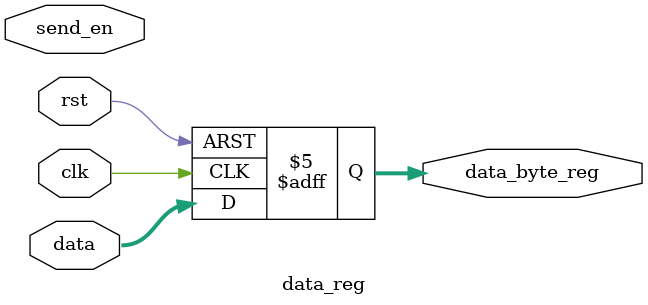
<source format=v>
`timescale 1ns / 1ps


module data_reg(
input send_en,
input clk,rst,
input [7:0]data,
output reg [7:0]data_byte_reg
    );

always @(posedge clk or negedge rst)
if(!rst)
    data_byte_reg<=0;
else if(send_en)
    data_byte_reg<=data;
else
    data_byte_reg<=data;
    
endmodule
</source>
